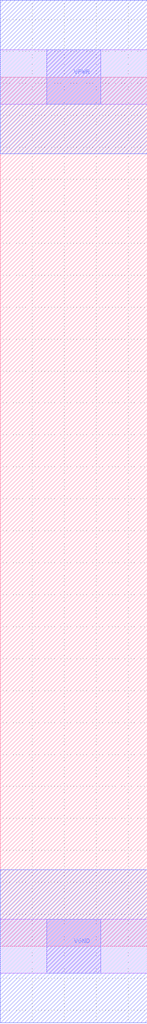
<source format=lef>
# Copyright 2020 The SkyWater PDK Authors
#
# Licensed under the Apache License, Version 2.0 (the "License");
# you may not use this file except in compliance with the License.
# You may obtain a copy of the License at
#
#     https://www.apache.org/licenses/LICENSE-2.0
#
# Unless required by applicable law or agreed to in writing, software
# distributed under the License is distributed on an "AS IS" BASIS,
# WITHOUT WARRANTIES OR CONDITIONS OF ANY KIND, either express or implied.
# See the License for the specific language governing permissions and
# limitations under the License.
#
# SPDX-License-Identifier: Apache-2.0

VERSION 5.7 ;
  NAMESCASESENSITIVE ON ;
  NOWIREEXTENSIONATPIN ON ;
  DIVIDERCHAR "/" ;
  BUSBITCHARS "[]" ;
UNITS
  DATABASE MICRONS 200 ;
END UNITS
MACRO sky130_fd_sc_hd__fill_1
  CLASS CORE ;
  SOURCE USER ;
  FOREIGN sky130_fd_sc_hd__fill_1 ;
  ORIGIN  0.000000  0.000000 ;
  SIZE  0.460000 BY  2.720000 ;
  SYMMETRY X Y R90 ;
  SITE unithd ;
  PIN VGND
    DIRECTION INOUT ;
    SHAPE ABUTMENT ;
    USE GROUND ;
    PORT
      LAYER li1 ;
        RECT 0.000000 -0.085000 0.460000 0.085000 ;
      LAYER mcon ;
        RECT 0.145000 -0.085000 0.315000 0.085000 ;
      LAYER met1 ;
        RECT 0.000000 -0.240000 0.460000 0.240000 ;
    END
  END VGND
  PIN VPWR
    DIRECTION INOUT ;
    SHAPE ABUTMENT ;
    USE POWER ;
    PORT
      LAYER li1 ;
        RECT 0.000000 2.635000 0.460000 2.805000 ;
      LAYER mcon ;
        RECT 0.145000 2.635000 0.315000 2.805000 ;
      LAYER met1 ;
        RECT 0.000000 2.480000 0.460000 2.960000 ;
    END
  END VPWR
END sky130_fd_sc_hd__fill_1
END LIBRARY

</source>
